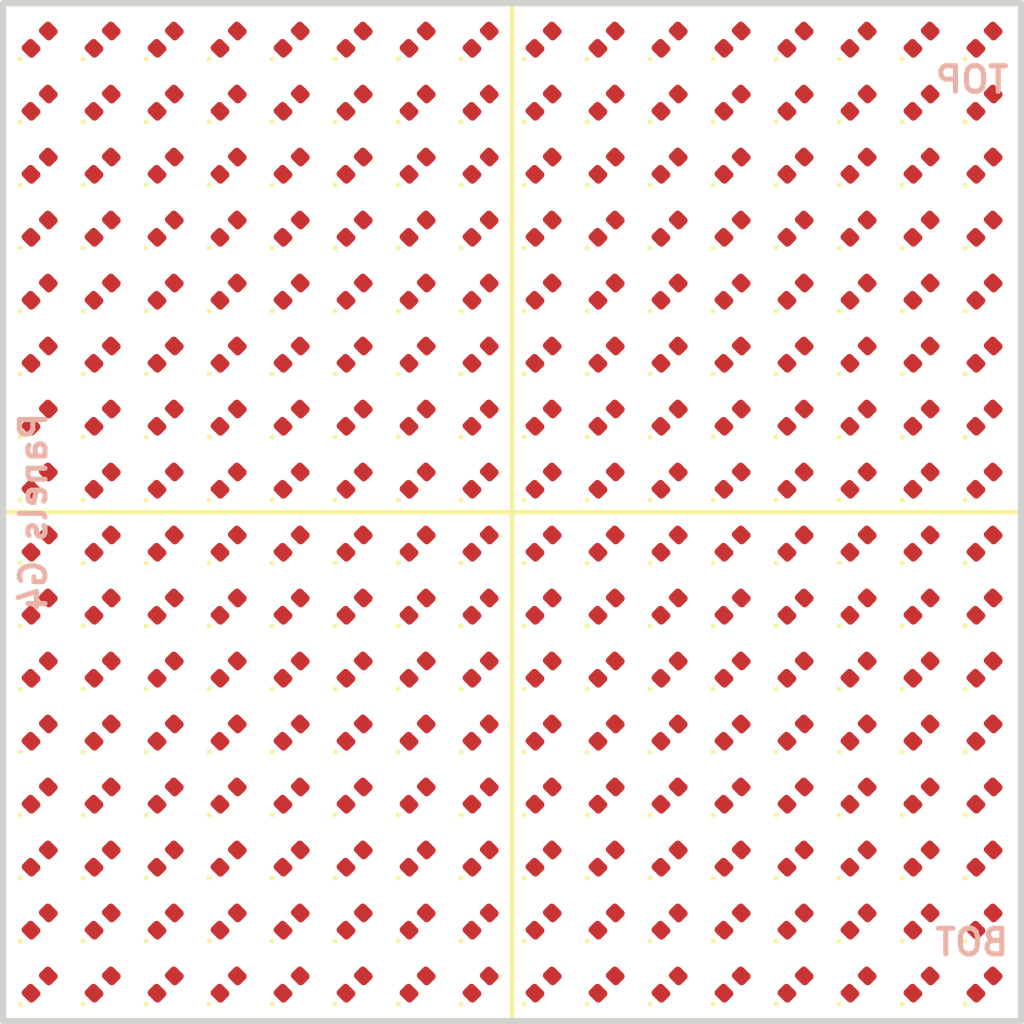
<source format=kicad_pcb>
(kicad_pcb (version 20221018) (generator pcbnew)
  (layers (0 "F.Cu" signal) (1 "In1.Cu" signal) (2 "In2.Cu" signal) (3 "In3.Cu" signal) (4 "In4.Cu" signal) (31 "B.Cu" signal) (34 "B.Paste" user) (35 "F.Paste" user) (36 "B.SilkS" user "B.Silkscreen") (37 "F.SilkS" user "F.Silkscreen") (38 "B.Mask" user) (39 "F.Mask" user) (44 "Edge.Cuts" user))
  (net 0 "")
  (net 1 "/panel_leds/ROW_00")
  (net 2 "/panel_leds/ROW_01")
  (net 3 "/panel_leds/ROW_02")
  (net 4 "/panel_leds/ROW_03")
  (net 5 "/panel_leds/ROW_04")
  (net 6 "/panel_leds/ROW_05")
  (net 7 "/panel_leds/ROW_06")
  (net 8 "/panel_leds/ROW_07")
  (net 9 "/panel_leds/ROW_08")
  (net 10 "/panel_leds/ROW_09")
  (net 11 "/panel_leds/ROW_10")
  (net 12 "/panel_leds/ROW_11")
  (net 13 "/panel_leds/ROW_12")
  (net 14 "/panel_leds/ROW_13")
  (net 15 "/panel_leds/ROW_14")
  (net 16 "/panel_leds/ROW_15")
  (net 17 "Net-(D1-A)")
  (net 18 "Net-(D17-A)")
  (net 19 "Net-(D33-A)")
  (net 20 "Net-(D49-A)")
  (net 21 "Net-(D65-A)")
  (net 22 "Net-(D81-A)")
  (net 23 "Net-(D100-A)")
  (net 24 "Net-(D113-A)")
  (net 25 "Net-(D129-A)")
  (net 26 "Net-(D145-A)")
  (net 27 "Net-(D161-A)")
  (net 28 "Net-(D177-A)")
  (net 29 "Net-(D193-A)")
  (net 30 "Net-(D209-A)")
  (net 31 "Net-(D225-A)")
  (net 32 "Net-(D241-A)")
  (footprint "panel_custom:LED_0402_1005Metric" (layer "F.Cu") (at 86.25 63.75 45)
    (fp_text reference "D182" hide)
    (fp_text value "LED" hide)
  )
  (footprint "panel_custom:LED_0402_1005Metric" (layer "F.Cu") (at 83.75 63.75 45)
    (fp_text reference "D174" hide)
    (fp_text value "LED" hide)
  )
  (footprint "panel_custom:LED_0402_1005Metric" (layer "F.Cu") (at 81.25 63.75 45)
    (fp_text reference "D166" hide)
    (fp_text value "LED" hide)
  )
  (footprint "panel_custom:LED_0402_1005Metric" (layer "F.Cu") (at 78.75 63.75 45)
    (fp_text reference "D158" hide)
    (fp_text value "LED" hide)
  )
  (footprint "panel_custom:LED_0402_1005Metric" (layer "F.Cu") (at 76.25 63.75 45)
    (fp_text reference "D150" hide)
    (fp_text value "LED" hide)
  )
  (footprint "panel_custom:LED_0402_1005Metric" (layer "F.Cu") (at 73.75 63.75 45)
    (fp_text reference "D142" hide)
    (fp_text value "LED" hide)
  )
  (footprint "panel_custom:LED_0402_1005Metric" (layer "F.Cu") (at 71.25 63.75 45)
    (fp_text reference "D134" hide)
    (fp_text value "LED" hide)
  )
  (footprint "panel_custom:LED_0402_1005Metric" (layer "F.Cu") (at 88.75 61.25 45)
    (fp_text reference "D189" hide)
    (fp_text value "LED" hide)
  )
  (footprint "panel_custom:LED_0402_1005Metric" (layer "F.Cu") (at 86.25 61.25 45)
    (fp_text reference "D181" hide)
    (fp_text value "LED" hide)
  )
  (footprint "panel_custom:LED_0402_1005Metric" (layer "F.Cu") (at 83.75 61.25 45)
    (fp_text reference "D173" hide)
    (fp_text value "LED" hide)
  )
  (footprint "panel_custom:LED_0402_1005Metric" (layer "F.Cu") (at 81.25 61.25 45)
    (fp_text reference "D165" hide)
    (fp_text value "LED" hide)
  )
  (footprint "panel_custom:LED_0402_1005Metric" (layer "F.Cu") (at 78.75 61.25 45)
    (fp_text reference "D157" hide)
    (fp_text value "LED" hide)
  )
  (footprint "panel_custom:LED_0402_1005Metric" (layer "F.Cu") (at 76.25 61.25 45)
    (fp_text reference "D149" hide)
    (fp_text value "LED" hide)
  )
  (footprint "panel_custom:LED_0402_1005Metric" (layer "F.Cu") (at 73.75 61.25 45)
    (fp_text reference "D141" hide)
    (fp_text value "LED" hide)
  )
  (footprint "panel_custom:LED_0402_1005Metric" (layer "F.Cu") (at 88.75 58.75 45)
    (fp_text reference "D188" hide)
    (fp_text value "LED" hide)
  )
  (footprint "panel_custom:LED_0402_1005Metric" (layer "F.Cu") (at 71.25 61.25 45)
    (fp_text reference "D133" hide)
    (fp_text value "LED" hide)
  )
  (footprint "panel_custom:LED_0402_1005Metric" (layer "F.Cu") (at 88.75 66.25 45)
    (fp_text reference "D191" hide)
    (fp_text value "LED" hide)
  )
  (footprint "panel_custom:LED_0402_1005Metric" (layer "F.Cu") (at 81.25 68.75 45)
    (fp_text reference "D168" hide)
    (fp_text value "LED" hide)
  )
  (footprint "panel_custom:LED_0402_1005Metric" (layer "F.Cu") (at 83.75 68.75 45)
    (fp_text reference "D176" hide)
    (fp_text value "LED" hide)
  )
  (footprint "panel_custom:LED_0402_1005Metric" (layer "F.Cu") (at 68.75 88.75 45)
    (fp_text reference "D128" hide)
    (fp_text value "LED" hide)
  )
  (footprint "panel_custom:LED_0402_1005Metric" (layer "F.Cu") (at 86.25 68.75 45)
    (fp_text reference "D184" hide)
    (fp_text value "LED" hide)
  )
  (footprint "panel_custom:LED_0402_1005Metric" (layer "F.Cu") (at 78.75 68.75 45)
    (fp_text reference "D160" hide)
    (fp_text value "LED" hide)
  )
  (footprint "panel_custom:LED_0402_1005Metric" (layer "F.Cu") (at 76.25 68.75 45)
    (fp_text reference "D152" hide)
    (fp_text value "LED" hide)
  )
  (footprint "panel_custom:LED_0402_1005Metric" (layer "F.Cu") (at 73.75 68.75 45)
    (fp_text reference "D144" hide)
    (fp_text value "LED" hide)
  )
  (footprint "panel_custom:LED_0402_1005Metric" (layer "F.Cu") (at 71.25 68.75 45)
    (fp_text reference "D136" hide)
    (fp_text value "LED" hide)
  )
  (footprint "panel_custom:LED_0402_1005Metric" (layer "F.Cu") (at 88.75 63.75 45)
    (fp_text reference "D190" hide)
    (fp_text value "LED" hide)
  )
  (footprint "panel_custom:LED_0402_1005Metric" (layer "F.Cu") (at 86.25 66.25 45)
    (fp_text reference "D183" hide)
    (fp_text value "LED" hide)
  )
  (footprint "panel_custom:LED_0402_1005Metric" (layer "F.Cu") (at 83.75 66.25 45)
    (fp_text reference "D175" hide)
    (fp_text value "LED" hide)
  )
  (footprint "panel_custom:LED_0402_1005Metric" (layer "F.Cu") (at 81.25 66.25 45)
    (fp_text reference "D167" hide)
    (fp_text value "LED" hide)
  )
  (footprint "panel_custom:LED_0402_1005Metric" (layer "F.Cu") (at 78.75 66.25 45)
    (fp_text reference "D159" hide)
    (fp_text value "LED" hide)
  )
  (footprint "panel_custom:LED_0402_1005Metric" (layer "F.Cu") (at 76.25 66.25 45)
    (fp_text reference "D151" hide)
    (fp_text value "LED" hide)
  )
  (footprint "panel_custom:LED_0402_1005Metric" (layer "F.Cu") (at 73.75 66.25 45)
    (fp_text reference "D143" hide)
    (fp_text value "LED" hide)
  )
  (footprint "panel_custom:LED_0402_1005Metric" (layer "F.Cu") (at 71.25 66.25 45)
    (fp_text reference "D135" hide)
    (fp_text value "LED" hide)
  )
  (footprint "panel_custom:LED_0402_1005Metric" (layer "F.Cu") (at 86.25 53.75 45)
    (fp_text reference "D178" hide)
    (fp_text value "LED" hide)
  )
  (footprint "panel_custom:LED_0402_1005Metric" (layer "F.Cu") (at 66.25 86.25 45)
    (fp_text reference "D119" hide)
    (fp_text value "LED" hide)
  )
  (footprint "panel_custom:LED_0402_1005Metric" (layer "F.Cu") (at 71.25 51.25 45)
    (fp_text reference "D129" hide)
    (fp_text value "LED" hide)
  )
  (footprint "panel_custom:LED_0402_1005Metric" (layer "F.Cu") (at 73.75 51.25 45)
    (fp_text reference "D137" hide)
    (fp_text value "LED" hide)
  )
  (footprint "panel_custom:LED_0402_1005Metric" (layer "F.Cu") (at 76.25 51.25 45)
    (fp_text reference "D145" hide)
    (fp_text value "LED" hide)
  )
  (footprint "panel_custom:LED_0402_1005Metric" (layer "F.Cu") (at 78.75 51.25 45)
    (fp_text reference "D153" hide)
    (fp_text value "LED" hide)
  )
  (footprint "panel_custom:LED_0402_1005Metric" (layer "F.Cu") (at 81.25 51.25 45)
    (fp_text reference "D161" hide)
    (fp_text value "LED" hide)
  )
  (footprint "panel_custom:LED_0402_1005Metric" (layer "F.Cu") (at 83.75 51.25 45)
    (fp_text reference "D169" hide)
    (fp_text value "LED" hide)
  )
  (footprint "panel_custom:LED_0402_1005Metric" (layer "F.Cu") (at 86.25 51.25 45)
    (fp_text reference "D177" hide)
    (fp_text value "LED" hide)
  )
  (footprint "panel_custom:LED_0402_1005Metric" (layer "F.Cu") (at 88.75 51.25 45)
    (fp_text reference "D185" hide)
    (fp_text value "LED" hide)
  )
  (footprint "panel_custom:LED_0402_1005Metric" (layer "F.Cu") (at 71.25 53.75 45)
    (fp_text reference "D130" hide)
    (fp_text value "LED" hide)
  )
  (footprint "panel_custom:LED_0402_1005Metric" (layer "F.Cu") (at 73.75 53.75 45)
    (fp_text reference "D138" hide)
    (fp_text value "LED" hide)
  )
  (footprint "panel_custom:LED_0402_1005Metric" (layer "F.Cu") (at 76.25 53.75 45)
    (fp_text reference "D146" hide)
    (fp_text value "LED" hide)
  )
  (footprint "panel_custom:LED_0402_1005Metric" (layer "F.Cu") (at 78.75 53.75 45)
    (fp_text reference "D154" hide)
    (fp_text value "LED" hide)
  )
  (footprint "panel_custom:LED_0402_1005Metric" (layer "F.Cu") (at 81.25 53.75 45)
    (fp_text reference "D162" hide)
    (fp_text value "LED" hide)
  )
  (footprint "panel_custom:LED_0402_1005Metric" (layer "F.Cu") (at 83.75 53.75 45)
    (fp_text reference "D170" hide)
    (fp_text value "LED" hide)
  )
  (footprint "panel_custom:LED_0402_1005Metric" (layer "F.Cu") (at 86.25 58.75 45)
    (fp_text reference "D180" hide)
    (fp_text value "LED" hide)
  )
  (footprint "panel_custom:LED_0402_1005Metric" (layer "F.Cu") (at 88.75 53.75 45)
    (fp_text reference "D186" hide)
    (fp_text value "LED" hide)
  )
  (footprint "panel_custom:LED_0402_1005Metric" (layer "F.Cu") (at 71.25 56.25 45)
    (fp_text reference "D131" hide)
    (fp_text value "LED" hide)
  )
  (footprint "panel_custom:LED_0402_1005Metric" (layer "F.Cu") (at 73.75 56.25 45)
    (fp_text reference "D139" hide)
    (fp_text value "LED" hide)
  )
  (footprint "panel_custom:LED_0402_1005Metric" (layer "F.Cu") (at 76.25 56.25 45)
    (fp_text reference "D147" hide)
    (fp_text value "LED" hide)
  )
  (footprint "panel_custom:LED_0402_1005Metric" (layer "F.Cu") (at 78.75 56.25 45)
    (fp_text reference "D155" hide)
    (fp_text value "LED" hide)
  )
  (footprint "panel_custom:LED_0402_1005Metric" (layer "F.Cu") (at 81.25 56.25 45)
    (fp_text reference "D163" hide)
    (fp_text value "LED" hide)
  )
  (footprint "panel_custom:LED_0402_1005Metric" (layer "F.Cu") (at 83.75 56.25 45)
    (fp_text reference "D171" hide)
    (fp_text value "LED" hide)
  )
  (footprint "panel_custom:LED_0402_1005Metric" (layer "F.Cu") (at 86.25 56.25 45)
    (fp_text reference "D179" hide)
    (fp_text value "LED" hide)
  )
  (footprint "panel_custom:LED_0402_1005Metric" (layer "F.Cu") (at 88.75 56.25 45)
    (fp_text reference "D187" hide)
    (fp_text value "LED" hide)
  )
  (footprint "panel_custom:LED_0402_1005Metric" (layer "F.Cu") (at 71.25 58.75 45)
    (fp_text reference "D132" hide)
    (fp_text value "LED" hide)
  )
  (footprint "panel_custom:LED_0402_1005Metric" (layer "F.Cu") (at 73.75 58.75 45)
    (fp_text reference "D140" hide)
    (fp_text value "LED" hide)
  )
  (footprint "panel_custom:LED_0402_1005Metric" (layer "F.Cu") (at 76.25 58.75 45)
    (fp_text reference "D148" hide)
    (fp_text value "LED" hide)
  )
  (footprint "panel_custom:LED_0402_1005Metric" (layer "F.Cu") (at 78.75 58.75 45)
    (fp_text reference "D156" hide)
    (fp_text value "LED" hide)
  )
  (footprint "panel_custom:LED_0402_1005Metric" (layer "F.Cu") (at 81.25 58.75 45)
    (fp_text reference "D164" hide)
    (fp_text value "LED" hide)
  )
  (footprint "panel_custom:LED_0402_1005Metric" (layer "F.Cu") (at 83.75 58.75 45)
    (fp_text reference "D172" hide)
    (fp_text value "LED" hide)
  )
  (footprint "panel_custom:LED_0402_1005Metric" (layer "F.Cu") (at 88.75 81.25 45)
    (fp_text reference "D253" hide)
    (fp_text value "LED" hide)
  )
  (footprint "panel_custom:LED_0402_1005Metric" (layer "F.Cu") (at 88.75 83.75 45)
    (fp_text reference "D254" hide)
    (fp_text value "LED" hide)
  )
  (footprint "panel_custom:LED_0402_1005Metric" (layer "F.Cu") (at 86.25 83.75 45)
    (fp_text reference "D246" hide)
    (fp_text value "LED" hide)
  )
  (footprint "panel_custom:LED_0402_1005Metric" (layer "F.Cu") (at 83.75 83.75 45)
    (fp_text reference "D238" hide)
    (fp_text value "LED" hide)
  )
  (footprint "panel_custom:LED_0402_1005Metric" (layer "F.Cu") (at 81.25 83.75 45)
    (fp_text reference "D230" hide)
    (fp_text value "LED" hide)
  )
  (footprint "panel_custom:LED_0402_1005Metric" (layer "F.Cu") (at 78.75 83.75 45)
    (fp_text reference "D222" hide)
    (fp_text value "LED" hide)
  )
  (footprint "panel_custom:LED_0402_1005Metric" (layer "F.Cu") (at 76.25 83.75 45)
    (fp_text reference "D214" hide)
    (fp_text value "LED" hide)
  )
  (footprint "panel_custom:LED_0402_1005Metric" (layer "F.Cu") (at 73.75 83.75 45)
    (fp_text reference "D206" hide)
    (fp_text value "LED" hide)
  )
  (footprint "panel_custom:LED_0402_1005Metric" (layer "F.Cu") (at 71.25 83.75 45)
    (fp_text reference "D198" hide)
    (fp_text value "LED" hide)
  )
  (footprint "panel_custom:LED_0402_1005Metric" (layer "F.Cu") (at 71.25 86.25 45)
    (fp_text reference "D199" hide)
    (fp_text value "LED" hide)
  )
  (footprint "panel_custom:LED_0402_1005Metric" (layer "F.Cu") (at 86.25 81.25 45)
    (fp_text reference "D245" hide)
    (fp_text value "LED" hide)
  )
  (footprint "panel_custom:LED_0402_1005Metric" (layer "F.Cu") (at 83.75 81.25 45)
    (fp_text reference "D237" hide)
    (fp_text value "LED" hide)
  )
  (footprint "panel_custom:LED_0402_1005Metric" (layer "F.Cu") (at 81.25 81.25 45)
    (fp_text reference "D229" hide)
    (fp_text value "LED" hide)
  )
  (footprint "panel_custom:LED_0402_1005Metric" (layer "F.Cu") (at 78.75 81.25 45)
    (fp_text reference "D221" hide)
    (fp_text value "LED" hide)
  )
  (footprint "panel_custom:LED_0402_1005Metric" (layer "F.Cu") (at 76.25 81.25 45)
    (fp_text reference "D213" hide)
    (fp_text value "LED" hide)
  )
  (footprint "panel_custom:LED_0402_1005Metric" (layer "F.Cu") (at 73.75 81.25 45)
    (fp_text reference "D205" hide)
    (fp_text value "LED" hide)
  )
  (footprint "panel_custom:LED_0402_1005Metric" (layer "F.Cu") (at 71.25 81.25 45)
    (fp_text reference "D197" hide)
    (fp_text value "LED" hide)
  )
  (footprint "panel_custom:LED_0402_1005Metric" (layer "F.Cu") (at 88.75 78.75 45)
    (fp_text reference "D252" hide)
    (fp_text value "LED" hide)
  )
  (footprint "panel_custom:LED_0402_1005Metric" (layer "F.Cu") (at 73.75 86.25 45)
    (fp_text reference "D207" hide)
    (fp_text value "LED" hide)
  )
  (footprint "panel_custom:LED_0402_1005Metric" (layer "F.Cu") (at 76.25 86.25 45)
    (fp_text reference "D215" hide)
    (fp_text value "LED" hide)
  )
  (footprint "panel_custom:LED_0402_1005Metric" (layer "F.Cu") (at 78.75 86.25 45)
    (fp_text reference "D223" hide)
    (fp_text value "LED" hide)
  )
  (footprint "panel_custom:LED_0402_1005Metric" (layer "F.Cu") (at 81.25 86.25 45)
    (fp_text reference "D231" hide)
    (fp_text value "LED" hide)
  )
  (footprint "panel_custom:LED_0402_1005Metric" (layer "F.Cu") (at 83.75 86.25 45)
    (fp_text reference "D239" hide)
    (fp_text value "LED" hide)
  )
  (footprint "panel_custom:LED_0402_1005Metric" (layer "F.Cu") (at 86.25 86.25 45)
    (fp_text reference "D247" hide)
    (fp_text value "LED" hide)
  )
  (footprint "panel_custom:LED_0402_1005Metric" (layer "F.Cu") (at 88.75 86.25 45)
    (fp_text reference "D255" hide)
    (fp_text value "LED" hide)
  )
  (footprint "panel_custom:LED_0402_1005Metric" (layer "F.Cu") (at 71.25 88.75 45)
    (fp_text reference "D200" hide)
    (fp_text value "LED" hide)
  )
  (footprint "panel_custom:LED_0402_1005Metric" (layer "F.Cu") (at 73.75 88.75 45)
    (fp_text reference "D208" hide)
    (fp_text value "LED" hide)
  )
  (footprint "panel_custom:LED_0402_1005Metric" (layer "F.Cu") (at 76.25 88.75 45)
    (fp_text reference "D216" hide)
    (fp_text value "LED" hide)
  )
  (footprint "panel_custom:LED_0402_1005Metric" (layer "F.Cu") (at 78.75 88.75 45)
    (fp_text reference "D224" hide)
    (fp_text value "LED" hide)
  )
  (footprint "panel_custom:LED_0402_1005Metric" (layer "F.Cu") (at 81.25 88.75 45)
    (fp_text reference "D232" hide)
    (fp_text value "LED" hide)
  )
  (footprint "panel_custom:LED_0402_1005Metric" (layer "F.Cu") (at 83.75 88.75 45)
    (fp_text reference "D240" hide)
    (fp_text value "LED" hide)
  )
  (footprint "panel_custom:LED_0402_1005Metric" (layer "F.Cu") (at 86.25 88.75 45)
    (fp_text reference "D248" hide)
    (fp_text value "LED" hide)
  )
  (footprint "panel_custom:LED_0402_1005Metric" (layer "F.Cu") (at 88.75 88.75 45)
    (fp_text reference "D256" hide)
    (fp_text value "LED" hide)
  )
  (footprint "panel_custom:LED_0402_1005Metric" (layer "F.Cu") (at 88.75 73.75 45)
    (fp_text reference "D250" hide)
    (fp_text value "LED" hide)
  )
  (footprint "panel_custom:LED_0402_1005Metric" (layer "F.Cu") (at 71.25 71.25 45)
    (fp_text reference "D193" hide)
    (fp_text value "LED" hide)
  )
  (footprint "panel_custom:LED_0402_1005Metric" (layer "F.Cu") (at 73.75 71.25 45)
    (fp_text reference "D201" hide)
    (fp_text value "LED" hide)
  )
  (footprint "panel_custom:LED_0402_1005Metric" (layer "F.Cu") (at 76.25 71.25 45)
    (fp_text reference "D209" hide)
    (fp_text value "LED" hide)
  )
  (footprint "panel_custom:LED_0402_1005Metric" (layer "F.Cu") (at 78.75 71.25 45)
    (fp_text reference "D217" hide)
    (fp_text value "LED" hide)
  )
  (footprint "panel_custom:LED_0402_1005Metric" (layer "F.Cu") (at 81.25 71.25 45)
    (fp_text reference "D225" hide)
    (fp_text value "LED" hide)
  )
  (footprint "panel_custom:LED_0402_1005Metric" (layer "F.Cu") (at 83.75 71.25 45)
    (fp_text reference "D233" hide)
    (fp_text value "LED" hide)
  )
  (footprint "panel_custom:LED_0402_1005Metric" (layer "F.Cu") (at 86.25 71.25 45)
    (fp_text reference "D241" hide)
    (fp_text value "LED" hide)
  )
  (footprint "panel_custom:LED_0402_1005Metric" (layer "F.Cu") (at 88.75 71.25 45)
    (fp_text reference "D249" hide)
    (fp_text value "LED" hide)
  )
  (footprint "panel_custom:LED_0402_1005Metric" (layer "F.Cu") (at 71.25 73.75 45)
    (fp_text reference "D194" hide)
    (fp_text value "LED" hide)
  )
  (footprint "panel_custom:LED_0402_1005Metric" (layer "F.Cu") (at 73.75 73.75 45)
    (fp_text reference "D202" hide)
    (fp_text value "LED" hide)
  )
  (footprint "panel_custom:LED_0402_1005Metric" (layer "F.Cu") (at 76.25 73.75 45)
    (fp_text reference "D210" hide)
    (fp_text value "LED" hide)
  )
  (footprint "panel_custom:LED_0402_1005Metric" (layer "F.Cu") (at 78.75 73.75 45)
    (fp_text reference "D218" hide)
    (fp_text value "LED" hide)
  )
  (footprint "panel_custom:LED_0402_1005Metric" (layer "F.Cu") (at 81.25 73.75 45)
    (fp_text reference "D226" hide)
    (fp_text value "LED" hide)
  )
  (footprint "panel_custom:LED_0402_1005Metric" (layer "F.Cu") (at 83.75 73.75 45)
    (fp_text reference "D234" hide)
    (fp_text value "LED" hide)
  )
  (footprint "panel_custom:LED_0402_1005Metric" (layer "F.Cu") (at 86.25 73.75 45)
    (fp_text reference "D242" hide)
    (fp_text value "LED" hide)
  )
  (footprint "panel_custom:LED_0402_1005Metric" (layer "F.Cu") (at 88.75 68.75 45)
    (fp_text reference "D192" hide)
    (fp_text value "LED" hide)
  )
  (footprint "panel_custom:LED_0402_1005Metric" (layer "F.Cu") (at 71.25 76.25 45)
    (fp_text reference "D195" hide)
    (fp_text value "LED" hide)
  )
  (footprint "panel_custom:LED_0402_1005Metric" (layer "F.Cu") (at 73.75 76.25 45)
    (fp_text reference "D203" hide)
    (fp_text value "LED" hide)
  )
  (footprint "panel_custom:LED_0402_1005Metric" (layer "F.Cu") (at 76.25 76.25 45)
    (fp_text reference "D211" hide)
    (fp_text value "LED" hide)
  )
  (footprint "panel_custom:LED_0402_1005Metric" (layer "F.Cu") (at 78.75 76.25 45)
    (fp_text reference "D219" hide)
    (fp_text value "LED" hide)
  )
  (footprint "panel_custom:LED_0402_1005Metric" (layer "F.Cu") (at 81.25 76.25 45)
    (fp_text reference "D227" hide)
    (fp_text value "LED" hide)
  )
  (footprint "panel_custom:LED_0402_1005Metric" (layer "F.Cu") (at 83.75 76.25 45)
    (fp_text reference "D235" hide)
    (fp_text value "LED" hide)
  )
  (footprint "panel_custom:LED_0402_1005Metric" (layer "F.Cu") (at 86.25 76.25 45)
    (fp_text reference "D243" hide)
    (fp_text value "LED" hide)
  )
  (footprint "panel_custom:LED_0402_1005Metric" (layer "F.Cu") (at 88.75 76.25 45)
    (fp_text reference "D251" hide)
    (fp_text value "LED" hide)
  )
  (footprint "panel_custom:LED_0402_1005Metric" (layer "F.Cu") (at 71.25 78.75 45)
    (fp_text reference "D196" hide)
    (fp_text value "LED" hide)
  )
  (footprint "panel_custom:LED_0402_1005Metric" (layer "F.Cu") (at 73.75 78.75 45)
    (fp_text reference "D204" hide)
    (fp_text value "LED" hide)
  )
  (footprint "panel_custom:LED_0402_1005Metric" (layer "F.Cu") (at 76.25 78.75 45)
    (fp_text reference "D212" hide)
    (fp_text value "LED" hide)
  )
  (footprint "panel_custom:LED_0402_1005Metric" (layer "F.Cu") (at 78.75 78.75 45)
    (fp_text reference "D220" hide)
    (fp_text value "LED" hide)
  )
  (footprint "panel_custom:LED_0402_1005Metric" (layer "F.Cu") (at 81.25 78.75 45)
    (fp_text reference "D228" hide)
    (fp_text value "LED" hide)
  )
  (footprint "panel_custom:LED_0402_1005Metric" (layer "F.Cu") (at 83.75 78.75 45)
    (fp_text reference "D236" hide)
    (fp_text value "LED" hide)
  )
  (footprint "panel_custom:LED_0402_1005Metric" (layer "F.Cu") (at 86.25 78.75 45)
    (fp_text reference "D244" hide)
    (fp_text value "LED" hide)
  )
  (footprint "panel_custom:LED_0402_1005Metric" (layer "F.Cu") (at 68.75 63.75 45)
    (fp_text reference "D62" hide)
    (fp_text value "LED" hide)
  )
  (footprint "panel_custom:LED_0402_1005Metric" (layer "F.Cu") (at 51.25 61.25 45)
    (fp_text reference "D5" hide)
    (fp_text value "LED" hide)
  )
  (footprint "panel_custom:LED_0402_1005Metric" (layer "F.Cu") (at 53.75 61.25 45)
    (fp_text reference "D13" hide)
    (fp_text value "LED" hide)
  )
  (footprint "panel_custom:LED_0402_1005Metric" (layer "F.Cu") (at 56.25 61.25 45)
    (fp_text reference "D21" hide)
    (fp_text value "LED" hide)
  )
  (footprint "panel_custom:LED_0402_1005Metric" (layer "F.Cu") (at 58.75 61.25 45)
    (fp_text reference "D29" hide)
    (fp_text value "LED" hide)
  )
  (footprint "panel_custom:LED_0402_1005Metric" (layer "F.Cu") (at 61.25 61.25 45)
    (fp_text reference "D37" hide)
    (fp_text value "LED" hide)
  )
  (footprint "panel_custom:LED_0402_1005Metric" (layer "F.Cu") (at 63.75 61.25 45)
    (fp_text reference "D45" hide)
    (fp_text value "LED" hide)
  )
  (footprint "panel_custom:LED_0402_1005Metric" (layer "F.Cu") (at 66.25 61.25 45)
    (fp_text reference "D53" hide)
    (fp_text value "LED" hide)
  )
  (footprint "panel_custom:LED_0402_1005Metric" (layer "F.Cu") (at 68.75 61.25 45)
    (fp_text reference "D61" hide)
    (fp_text value "LED" hide)
  )
  (footprint "panel_custom:LED_0402_1005Metric" (layer "F.Cu") (at 51.25 63.75 45)
    (fp_text reference "D6" hide)
    (fp_text value "LED" hide)
  )
  (footprint "panel_custom:LED_0402_1005Metric" (layer "F.Cu") (at 53.75 63.75 45)
    (fp_text reference "D14" hide)
    (fp_text value "LED" hide)
  )
  (footprint "panel_custom:LED_0402_1005Metric" (layer "F.Cu") (at 56.25 63.75 45)
    (fp_text reference "D22" hide)
    (fp_text value "LED" hide)
  )
  (footprint "panel_custom:LED_0402_1005Metric" (layer "F.Cu") (at 58.75 63.75 45)
    (fp_text reference "D30" hide)
    (fp_text value "LED" hide)
  )
  (footprint "panel_custom:LED_0402_1005Metric" (layer "F.Cu") (at 61.25 63.75 45)
    (fp_text reference "D38" hide)
    (fp_text value "LED" hide)
  )
  (footprint "panel_custom:LED_0402_1005Metric" (layer "F.Cu") (at 63.75 63.75 45)
    (fp_text reference "D46" hide)
    (fp_text value "LED" hide)
  )
  (footprint "panel_custom:LED_0402_1005Metric" (layer "F.Cu") (at 66.25 63.75 45)
    (fp_text reference "D54" hide)
    (fp_text value "LED" hide)
  )
  (footprint "panel_custom:LED_0402_1005Metric" (layer "F.Cu") (at 68.75 58.75 45)
    (fp_text reference "D60" hide)
    (fp_text value "LED" hide)
  )
  (footprint "panel_custom:LED_0402_1005Metric" (layer "F.Cu") (at 51.25 66.25 45)
    (fp_text reference "D7" hide)
    (fp_text value "LED" hide)
  )
  (footprint "panel_custom:LED_0402_1005Metric" (layer "F.Cu") (at 53.75 66.25 45)
    (fp_text reference "D15" hide)
    (fp_text value "LED" hide)
  )
  (footprint "panel_custom:LED_0402_1005Metric" (layer "F.Cu") (at 56.25 66.25 45)
    (fp_text reference "D23" hide)
    (fp_text value "LED" hide)
  )
  (footprint "panel_custom:LED_0402_1005Metric" (layer "F.Cu") (at 58.75 66.25 45)
    (fp_text reference "D31" hide)
    (fp_text value "LED" hide)
  )
  (footprint "panel_custom:LED_0402_1005Metric" (layer "F.Cu") (at 61.25 66.25 45)
    (fp_text reference "D39" hide)
    (fp_text value "LED" hide)
  )
  (footprint "panel_custom:LED_0402_1005Metric" (layer "F.Cu") (at 63.75 66.25 45)
    (fp_text reference "D47" hide)
    (fp_text value "LED" hide)
  )
  (footprint "panel_custom:LED_0402_1005Metric" (layer "F.Cu") (at 66.25 66.25 45)
    (fp_text reference "D55" hide)
    (fp_text value "LED" hide)
  )
  (footprint "panel_custom:LED_0402_1005Metric" (layer "F.Cu") (at 68.75 66.25 45)
    (fp_text reference "D63" hide)
    (fp_text value "LED" hide)
  )
  (footprint "panel_custom:LED_0402_1005Metric" (layer "F.Cu") (at 51.25 68.75 45)
    (fp_text reference "D8" hide)
    (fp_text value "LED" hide)
  )
  (footprint "panel_custom:LED_0402_1005Metric" (layer "F.Cu") (at 53.75 68.75 45)
    (fp_text reference "D16" hide)
    (fp_text value "LED" hide)
  )
  (footprint "panel_custom:LED_0402_1005Metric" (layer "F.Cu") (at 56.25 68.75 45)
    (fp_text reference "D24" hide)
    (fp_text value "LED" hide)
  )
  (footprint "panel_custom:LED_0402_1005Metric" (layer "F.Cu") (at 58.75 68.75 45)
    (fp_text reference "D32" hide)
    (fp_text value "LED" hide)
  )
  (footprint "panel_custom:LED_0402_1005Metric" (layer "F.Cu") (at 61.25 68.75 45)
    (fp_text reference "D40" hide)
    (fp_text value "LED" hide)
  )
  (footprint "panel_custom:LED_0402_1005Metric" (layer "F.Cu") (at 63.75 68.75 45)
    (fp_text reference "D48" hide)
    (fp_text value "LED" hide)
  )
  (footprint "panel_custom:LED_0402_1005Metric" (layer "F.Cu") (at 66.25 68.75 45)
    (fp_text reference "D56" hide)
    (fp_text value "LED" hide)
  )
  (footprint "panel_custom:LED_0402_1005Metric" (layer "F.Cu") (at 68.75 53.75 45)
    (fp_text reference "D58" hide)
    (fp_text value "LED" hide)
  )
  (footprint "panel_custom:LED_0402_1005Metric" (layer "F.Cu") (at 51.25 51.25 45)
    (fp_text reference "D1" hide)
    (fp_text value "LED" hide)
  )
  (footprint "panel_custom:LED_0402_1005Metric" (layer "F.Cu") (at 53.75 51.25 45)
    (fp_text reference "D9" hide)
    (fp_text value "LED" hide)
  )
  (footprint "panel_custom:LED_0402_1005Metric" (layer "F.Cu") (at 56.25 51.25 45)
    (fp_text reference "D17" hide)
    (fp_text value "LED" hide)
  )
  (footprint "panel_custom:LED_0402_1005Metric" (layer "F.Cu") (at 58.75 51.25 45)
    (fp_text reference "D25" hide)
    (fp_text value "LED" hide)
  )
  (footprint "panel_custom:LED_0402_1005Metric" (layer "F.Cu") (at 61.25 51.25 45)
    (fp_text reference "D33" hide)
    (fp_text value "LED" hide)
  )
  (footprint "panel_custom:LED_0402_1005Metric" (layer "F.Cu") (at 63.75 51.25 45)
    (fp_text reference "D41" hide)
    (fp_text value "LED" hide)
  )
  (footprint "panel_custom:LED_0402_1005Metric" (layer "F.Cu") (at 66.25 51.25 45)
    (fp_text reference "D49" hide)
    (fp_text value "LED" hide)
  )
  (footprint "panel_custom:LED_0402_1005Metric" (layer "F.Cu") (at 68.75 51.25 45)
    (fp_text reference "D57" hide)
    (fp_text value "LED" hide)
  )
  (footprint "panel_custom:LED_0402_1005Metric" (layer "F.Cu") (at 51.25 53.75 45)
    (fp_text reference "D2" hide)
    (fp_text value "LED" hide)
  )
  (footprint "panel_custom:LED_0402_1005Metric" (layer "F.Cu") (at 53.75 53.75 45)
    (fp_text reference "D10" hide)
    (fp_text value "LED" hide)
  )
  (footprint "panel_custom:LED_0402_1005Metric" (layer "F.Cu") (at 56.25 53.75 45)
    (fp_text reference "D18" hide)
    (fp_text value "LED" hide)
  )
  (footprint "panel_custom:LED_0402_1005Metric" (layer "F.Cu") (at 58.75 53.75 45)
    (fp_text reference "D26" hide)
    (fp_text value "LED" hide)
  )
  (footprint "panel_custom:LED_0402_1005Metric" (layer "F.Cu") (at 61.25 53.75 45)
    (fp_text reference "D34" hide)
    (fp_text value "LED" hide)
  )
  (footprint "panel_custom:LED_0402_1005Metric" (layer "F.Cu") (at 63.75 53.75 45)
    (fp_text reference "D42" hide)
    (fp_text value "LED" hide)
  )
  (footprint "panel_custom:LED_0402_1005Metric" (layer "F.Cu") (at 66.25 53.75 45)
    (fp_text reference "D50" hide)
    (fp_text value "LED" hide)
  )
  (footprint "panel_custom:LED_0402_1005Metric" (layer "F.Cu") (at 63.75 88.75 45)
    (fp_text reference "D112" hide)
    (fp_text value "LED" hide)
  )
  (footprint "panel_custom:LED_0402_1005Metric" (layer "F.Cu") (at 51.25 56.25 45)
    (fp_text reference "D3" hide)
    (fp_text value "LED" hide)
  )
  (footprint "panel_custom:LED_0402_1005Metric" (layer "F.Cu") (at 53.75 56.25 45)
    (fp_text reference "D11" hide)
    (fp_text value "LED" hide)
  )
  (footprint "panel_custom:LED_0402_1005Metric" (layer "F.Cu") (at 56.25 56.25 45)
    (fp_text reference "D19" hide)
    (fp_text value "LED" hide)
  )
  (footprint "panel_custom:LED_0402_1005Metric" (layer "F.Cu") (at 58.75 56.25 45)
    (fp_text reference "D27" hide)
    (fp_text value "LED" hide)
  )
  (footprint "panel_custom:LED_0402_1005Metric" (layer "F.Cu") (at 61.25 56.25 45)
    (fp_text reference "D35" hide)
    (fp_text value "LED" hide)
  )
  (footprint "panel_custom:LED_0402_1005Metric" (layer "F.Cu") (at 63.75 56.25 45)
    (fp_text reference "D43" hide)
    (fp_text value "LED" hide)
  )
  (footprint "panel_custom:LED_0402_1005Metric" (layer "F.Cu") (at 66.25 56.25 45)
    (fp_text reference "D51" hide)
    (fp_text value "LED" hide)
  )
  (footprint "panel_custom:LED_0402_1005Metric" (layer "F.Cu") (at 68.75 56.25 45)
    (fp_text reference "D59" hide)
    (fp_text value "LED" hide)
  )
  (footprint "panel_custom:LED_0402_1005Metric" (layer "F.Cu") (at 51.25 58.75 45)
    (fp_text reference "D4" hide)
    (fp_text value "LED" hide)
  )
  (footprint "panel_custom:LED_0402_1005Metric" (layer "F.Cu") (at 53.75 58.75 45)
    (fp_text reference "D12" hide)
    (fp_text value "LED" hide)
  )
  (footprint "panel_custom:LED_0402_1005Metric" (layer "F.Cu") (at 56.25 58.75 45)
    (fp_text reference "D20" hide)
    (fp_text value "LED" hide)
  )
  (footprint "panel_custom:LED_0402_1005Metric" (layer "F.Cu") (at 58.75 58.75 45)
    (fp_text reference "D28" hide)
    (fp_text value "LED" hide)
  )
  (footprint "panel_custom:LED_0402_1005Metric" (layer "F.Cu") (at 61.25 58.75 45)
    (fp_text reference "D36" hide)
    (fp_text value "LED" hide)
  )
  (footprint "panel_custom:LED_0402_1005Metric" (layer "F.Cu") (at 63.75 58.75 45)
    (fp_text reference "D44" hide)
    (fp_text value "LED" hide)
  )
  (footprint "panel_custom:LED_0402_1005Metric" (layer "F.Cu") (at 66.25 58.75 45)
    (fp_text reference "D52" hide)
    (fp_text value "LED" hide)
  )
  (footprint "panel_custom:LED_0402_1005Metric" (layer "F.Cu") (at 66.25 83.75 45)
    (fp_text reference "D118" hide)
    (fp_text value "LED" hide)
  )
  (footprint "panel_custom:LED_0402_1005Metric" (layer "F.Cu") (at 68.75 78.75 45)
    (fp_text reference "D124" hide)
    (fp_text value "LED" hide)
  )
  (footprint "panel_custom:LED_0402_1005Metric" (layer "F.Cu") (at 51.25 81.25 45)
    (fp_text reference "D69" hide)
    (fp_text value "LED" hide)
  )
  (footprint "panel_custom:LED_0402_1005Metric" (layer "F.Cu") (at 53.75 81.25 45)
    (fp_text reference "D77" hide)
    (fp_text value "LED" hide)
  )
  (footprint "panel_custom:LED_0402_1005Metric" (layer "F.Cu") (at 56.25 81.25 45)
    (fp_text reference "D85" hide)
    (fp_text value "LED" hide)
  )
  (footprint "panel_custom:LED_0402_1005Metric" (layer "F.Cu") (at 58.75 81.25 45)
    (fp_text reference "D93" hide)
    (fp_text value "LED" hide)
  )
  (footprint "panel_custom:LED_0402_1005Metric" (layer "F.Cu") (at 61.25 81.25 45)
    (fp_text reference "D101" hide)
    (fp_text value "LED" hide)
  )
  (footprint "panel_custom:LED_0402_1005Metric" (layer "F.Cu") (at 63.75 81.25 45)
    (fp_text reference "D109" hide)
    (fp_text value "LED" hide)
  )
  (footprint "panel_custom:LED_0402_1005Metric" (layer "F.Cu") (at 66.25 81.25 45)
    (fp_text reference "D117" hide)
    (fp_text value "LED" hide)
  )
  (footprint "panel_custom:LED_0402_1005Metric" (layer "F.Cu") (at 68.75 81.25 45)
    (fp_text reference "D125" hide)
    (fp_text value "LED" hide)
  )
  (footprint "panel_custom:LED_0402_1005Metric" (layer "F.Cu") (at 51.25 83.75 45)
    (fp_text reference "D70" hide)
    (fp_text value "LED" hide)
  )
  (footprint "panel_custom:LED_0402_1005Metric" (layer "F.Cu") (at 53.75 83.75 45)
    (fp_text reference "D78" hide)
    (fp_text value "LED" hide)
  )
  (footprint "panel_custom:LED_0402_1005Metric" (layer "F.Cu") (at 56.25 83.75 45)
    (fp_text reference "D86" hide)
    (fp_text value "LED" hide)
  )
  (footprint "panel_custom:LED_0402_1005Metric" (layer "F.Cu") (at 58.75 83.75 45)
    (fp_text reference "D94" hide)
    (fp_text value "LED" hide)
  )
  (footprint "panel_custom:LED_0402_1005Metric" (layer "F.Cu") (at 61.25 83.75 45)
    (fp_text reference "D102" hide)
    (fp_text value "LED" hide)
  )
  (footprint "panel_custom:LED_0402_1005Metric" (layer "F.Cu") (at 63.75 83.75 45)
    (fp_text reference "D110" hide)
    (fp_text value "LED" hide)
  )
  (footprint "panel_custom:LED_0402_1005Metric" (layer "F.Cu") (at 51.25 71.25 45)
    (fp_text reference "D65" hide)
    (fp_text value "LED" hide)
  )
  (footprint "panel_custom:LED_0402_1005Metric" (layer "F.Cu") (at 68.75 83.75 45)
    (fp_text reference "D126" hide)
    (fp_text value "LED" hide)
  )
  (footprint "panel_custom:LED_0402_1005Metric" (layer "F.Cu") (at 51.25 86.25 45)
    (fp_text reference "D71" hide)
    (fp_text value "LED" hide)
  )
  (footprint "panel_custom:LED_0402_1005Metric" (layer "F.Cu") (at 53.75 86.25 45)
    (fp_text reference "D79" hide)
    (fp_text value "LED" hide)
  )
  (footprint "panel_custom:LED_0402_1005Metric" (layer "F.Cu") (at 56.25 86.25 45)
    (fp_text reference "D87" hide)
    (fp_text value "LED" hide)
  )
  (footprint "panel_custom:LED_0402_1005Metric" (layer "F.Cu") (at 58.75 86.25 45)
    (fp_text reference "D95" hide)
    (fp_text value "LED" hide)
  )
  (footprint "panel_custom:LED_0402_1005Metric" (layer "F.Cu") (at 61.25 86.25 45)
    (fp_text reference "D103" hide)
    (fp_text value "LED" hide)
  )
  (footprint "panel_custom:LED_0402_1005Metric" (layer "F.Cu") (at 63.75 86.25 45)
    (fp_text reference "D111" hide)
    (fp_text value "LED" hide)
  )
  (footprint "panel_custom:LED_0402_1005Metric" (layer "F.Cu") (at 68.75 86.25 45)
    (fp_text reference "D127" hide)
    (fp_text value "LED" hide)
  )
  (footprint "panel_custom:LED_0402_1005Metric" (layer "F.Cu") (at 51.25 88.75 45)
    (fp_text reference "D72" hide)
    (fp_text value "LED" hide)
  )
  (footprint "panel_custom:LED_0402_1005Metric" (layer "F.Cu") (at 53.75 88.75 45)
    (fp_text reference "D80" hide)
    (fp_text value "LED" hide)
  )
  (footprint "panel_custom:LED_0402_1005Metric" (layer "F.Cu") (at 56.25 88.75 45)
    (fp_text reference "D88" hide)
    (fp_text value "LED" hide)
  )
  (footprint "panel_custom:LED_0402_1005Metric" (layer "F.Cu") (at 58.75 88.75 45)
    (fp_text reference "D96" hide)
    (fp_text value "LED" hide)
  )
  (footprint "panel_custom:LED_0402_1005Metric" (layer "F.Cu") (at 61.25 88.75 45)
    (fp_text reference "D104" hide)
    (fp_text value "LED" hide)
  )
  (footprint "panel_custom:LED_0402_1005Metric" (layer "F.Cu") (at 66.25 88.75 45)
    (fp_text reference "D120" hide)
    (fp_text value "LED" hide)
  )
  (footprint "panel_custom:LED_0402_1005Metric" (layer "F.Cu") (at 63.75 78.75 45)
    (fp_text reference "D108" hide)
    (fp_text value "LED" hide)
  )
  (footprint "panel_custom:LED_0402_1005Metric" (layer "F.Cu") (at 68.75 68.75 45)
    (fp_text reference "D64" hide)
    (fp_text value "LED" hide)
  )
  (footprint "panel_custom:LED_0402_1005Metric" (layer "F.Cu") (at 53.75 71.25 45)
    (fp_text reference "D73" hide)
    (fp_text value "LED" hide)
  )
  (footprint "panel_custom:LED_0402_1005Metric" (layer "F.Cu") (at 56.25 71.25 45)
    (fp_text reference "D81" hide)
    (fp_text value "LED" hide)
  )
  (footprint "panel_custom:LED_0402_1005Metric" (layer "F.Cu") (at 58.75 71.25 45)
    (fp_text reference "D89" hide)
    (fp_text value "LED" hide)
  )
  (footprint "panel_custom:LED_0402_1005Metric" (layer "F.Cu") (at 61.25 71.25 45)
    (fp_text reference "D97" hide)
    (fp_text value "LED" hide)
  )
  (footprint "panel_custom:LED_0402_1005Metric" (layer "F.Cu") (at 63.75 71.25 45)
    (fp_text reference "D105" hide)
    (fp_text value "LED" hide)
  )
  (footprint "panel_custom:LED_0402_1005Metric" (layer "F.Cu") (at 66.25 71.25 45)
    (fp_text reference "D113" hide)
    (fp_text value "LED" hide)
  )
  (footprint "panel_custom:LED_0402_1005Metric" (layer "F.Cu") (at 66.25 78.75 45)
    (fp_text reference "D116" hide)
    (fp_text value "LED" hide)
  )
  (footprint "panel_custom:LED_0402_1005Metric" (layer "F.Cu") (at 68.75 71.25 45)
    (fp_text reference "D121" hide)
    (fp_text value "LED" hide)
  )
  (footprint "panel_custom:LED_0402_1005Metric" (layer "F.Cu") (at 51.25 73.75 45)
    (fp_text reference "D66" hide)
    (fp_text value "LED" hide)
  )
  (footprint "panel_custom:LED_0402_1005Metric" (layer "F.Cu") (at 53.75 73.75 45)
    (fp_text reference "D74" hide)
    (fp_text value "LED" hide)
  )
  (footprint "panel_custom:LED_0402_1005Metric" (layer "F.Cu") (at 56.25 73.75 45)
    (fp_text reference "D82" hide)
    (fp_text value "LED" hide)
  )
  (footprint "panel_custom:LED_0402_1005Metric" (layer "F.Cu") (at 58.75 73.75 45)
    (fp_text reference "D90" hide)
    (fp_text value "LED" hide)
  )
  (footprint "panel_custom:LED_0402_1005Metric" (layer "F.Cu") (at 61.25 73.75 45)
    (fp_text reference "D98" hide)
    (fp_text value "LED" hide)
  )
  (footprint "panel_custom:LED_0402_1005Metric" (layer "F.Cu") (at 63.75 73.75 45)
    (fp_text reference "D106" hide)
    (fp_text value "LED" hide)
  )
  (footprint "panel_custom:LED_0402_1005Metric" (layer "F.Cu") (at 68.75 73.75 45)
    (fp_text reference "D122" hide)
    (fp_text value "LED" hide)
  )
  (footprint "panel_custom:LED_0402_1005Metric" (layer "F.Cu") (at 66.25 73.75 45)
    (fp_text reference "D114" hide)
    (fp_text value "LED" hide)
  )
  (footprint "panel_custom:LED_0402_1005Metric" (layer "F.Cu") (at 61.25 78.75 45)
    (fp_text reference "D100" hide)
    (fp_text value "LED" hide)
  )
  (footprint "panel_custom:LED_0402_1005Metric" (layer "F.Cu") (at 58.75 78.75 45)
    (fp_text reference "D92" hide)
    (fp_text value "LED" hide)
  )
  (footprint "panel_custom:LED_0402_1005Metric" (layer "F.Cu") (at 56.25 78.75 45)
    (fp_text reference "D84" hide)
    (fp_text value "LED" hide)
  )
  (footprint "panel_custom:LED_0402_1005Metric" (layer "F.Cu") (at 53.75 78.75 45)
    (fp_text reference "D76" hide)
    (fp_text value "LED" hide)
  )
  (footprint "panel_custom:LED_0402_1005Metric" (layer "F.Cu") (at 51.25 78.75 45)
    (fp_text reference "D68" hide)
    (fp_text value "LED" hide)
  )
  (footprint "panel_custom:LED_0402_1005Metric" (layer "F.Cu") (at 68.75 76.25 45)
    (fp_text reference "D123" hide)
    (fp_text value "LED" hide)
  )
  (footprint "panel_custom:LED_0402_1005Metric" (layer "F.Cu") (at 66.25 76.25 45)
    (fp_text reference "D115" hide)
    (fp_text value "LED" hide)
  )
  (footprint "panel_custom:LED_0402_1005Metric" (layer "F.Cu") (at 63.75 76.25 45)
    (fp_text reference "D107" hide)
    (fp_text value "LED" hide)
  )
  (footprint "panel_custom:LED_0402_1005Metric" (layer "F.Cu") (at 61.25 76.25 45)
    (fp_text reference "D99" hide)
    (fp_text value "LED" hide)
  )
  (footprint "panel_custom:LED_0402_1005Metric" (layer "F.Cu") (at 58.75 76.25 45)
    (fp_text reference "D91" hide)
    (fp_text value "LED" hide)
  )
  (footprint "panel_custom:LED_0402_1005Metric" (layer "F.Cu") (at 56.25 76.25 45)
    (fp_text reference "D83" hide)
    (fp_text value "LED" hide)
  )
  (footprint "panel_custom:LED_0402_1005Metric" (layer "F.Cu") (at 53.75 76.25 45)
    (fp_text reference "D75" hide)
    (fp_text value "LED" hide)
  )
  (footprint "panel_custom:LED_0402_1005Metric" (layer "F.Cu") (at 51.25 76.25 45)
    (fp_text reference "D67" hide)
    (fp_text value "LED" hide)
  )
  (gr_line (start 50 70) (end 90 70) (stroke (width 0.2)) (layer "F.SilkS"))
  (gr_line (start 70 50) (end 70 90) (stroke (width 0.2)) (layer "F.SilkS"))
  (gr_line (start 49.8 90.2) (end 90.2 90.2) (stroke (width 0.25)) (layer "Edge.Cuts"))
  (gr_line (start 90.2 90.2) (end 90.2 49.8) (stroke (width 0.25)) (layer "Edge.Cuts"))
  (gr_line (start 49.8 49.8) (end 49.8 90.2) (stroke (width 0.25)) (layer "Edge.Cuts"))
  (gr_line (start 90.2 49.8) (end 49.8 49.8) (stroke (width 0.25)) (layer "Edge.Cuts"))
  (gr_text "BOT" (at 88.25 87.07) (layer "B.SilkS") (effects (font (size 1.016 1.016) (thickness 0.2032)) (justify mirror)))
  (gr_text "TOP" (at 88.25 52.84) (layer "B.SilkS") (effects (font (size 1.016 1.016) (thickness 0.2032)) (justify mirror)))
  (gr_text "Panels G4" (at 51 70 90) (layer "B.SilkS") (effects (font (size 1.016 1.016) (thickness 0.2032)) (justify mirror)))
)
</source>
